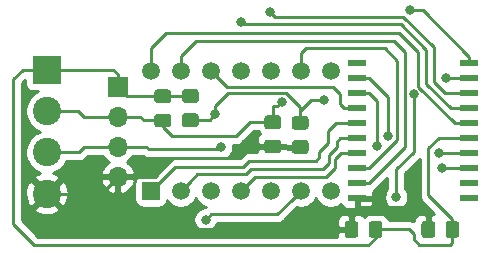
<source format=gbr>
G04 #@! TF.GenerationSoftware,KiCad,Pcbnew,5.1.5+dfsg1-2build2*
G04 #@! TF.CreationDate,2021-11-16T17:13:54-05:00*
G04 #@! TF.ProjectId,036INCH_5DIGIT,30333649-4e43-4485-9f35-44494749542e,rev?*
G04 #@! TF.SameCoordinates,Original*
G04 #@! TF.FileFunction,Copper,L2,Bot*
G04 #@! TF.FilePolarity,Positive*
%FSLAX46Y46*%
G04 Gerber Fmt 4.6, Leading zero omitted, Abs format (unit mm)*
G04 Created by KiCad (PCBNEW 5.1.5+dfsg1-2build2) date 2021-11-16 17:13:54*
%MOMM*%
%LPD*%
G04 APERTURE LIST*
%ADD10C,1.500000*%
%ADD11R,1.500000X1.500000*%
%ADD12O,1.700000X1.700000*%
%ADD13R,1.700000X1.700000*%
%ADD14C,0.100000*%
%ADD15C,2.400000*%
%ADD16R,2.400000X2.400000*%
%ADD17R,1.500000X0.600000*%
%ADD18C,0.800000*%
%ADD19C,0.250000*%
%ADD20C,0.254000*%
G04 APERTURE END LIST*
D10*
X114300000Y-105778300D03*
X116840000Y-105778300D03*
X119380000Y-105778300D03*
X121920000Y-105778300D03*
X124460000Y-105778300D03*
X127000000Y-105778300D03*
X129540000Y-105778300D03*
X129540000Y-115938300D03*
X127000000Y-115938300D03*
X124460000Y-115938300D03*
X121920000Y-115938300D03*
X119380000Y-115938300D03*
X116840000Y-115938300D03*
D11*
X114300000Y-115938300D03*
D12*
X111480600Y-114706400D03*
X111480600Y-112166400D03*
X111480600Y-109626400D03*
D13*
X111480600Y-107086400D03*
G04 #@! TA.AperFunction,SMDPad,CuDef*
D14*
G36*
X118114605Y-109353704D02*
G01*
X118138873Y-109357304D01*
X118162672Y-109363265D01*
X118185771Y-109371530D01*
X118207950Y-109382020D01*
X118228993Y-109394632D01*
X118248699Y-109409247D01*
X118266877Y-109425723D01*
X118283353Y-109443901D01*
X118297968Y-109463607D01*
X118310580Y-109484650D01*
X118321070Y-109506829D01*
X118329335Y-109529928D01*
X118335296Y-109553727D01*
X118338896Y-109577995D01*
X118340100Y-109602499D01*
X118340100Y-110252501D01*
X118338896Y-110277005D01*
X118335296Y-110301273D01*
X118329335Y-110325072D01*
X118321070Y-110348171D01*
X118310580Y-110370350D01*
X118297968Y-110391393D01*
X118283353Y-110411099D01*
X118266877Y-110429277D01*
X118248699Y-110445753D01*
X118228993Y-110460368D01*
X118207950Y-110472980D01*
X118185771Y-110483470D01*
X118162672Y-110491735D01*
X118138873Y-110497696D01*
X118114605Y-110501296D01*
X118090101Y-110502500D01*
X117190099Y-110502500D01*
X117165595Y-110501296D01*
X117141327Y-110497696D01*
X117117528Y-110491735D01*
X117094429Y-110483470D01*
X117072250Y-110472980D01*
X117051207Y-110460368D01*
X117031501Y-110445753D01*
X117013323Y-110429277D01*
X116996847Y-110411099D01*
X116982232Y-110391393D01*
X116969620Y-110370350D01*
X116959130Y-110348171D01*
X116950865Y-110325072D01*
X116944904Y-110301273D01*
X116941304Y-110277005D01*
X116940100Y-110252501D01*
X116940100Y-109602499D01*
X116941304Y-109577995D01*
X116944904Y-109553727D01*
X116950865Y-109529928D01*
X116959130Y-109506829D01*
X116969620Y-109484650D01*
X116982232Y-109463607D01*
X116996847Y-109443901D01*
X117013323Y-109425723D01*
X117031501Y-109409247D01*
X117051207Y-109394632D01*
X117072250Y-109382020D01*
X117094429Y-109371530D01*
X117117528Y-109363265D01*
X117141327Y-109357304D01*
X117165595Y-109353704D01*
X117190099Y-109352500D01*
X118090101Y-109352500D01*
X118114605Y-109353704D01*
G37*
G04 #@! TD.AperFunction*
G04 #@! TA.AperFunction,SMDPad,CuDef*
G36*
X118114605Y-107303704D02*
G01*
X118138873Y-107307304D01*
X118162672Y-107313265D01*
X118185771Y-107321530D01*
X118207950Y-107332020D01*
X118228993Y-107344632D01*
X118248699Y-107359247D01*
X118266877Y-107375723D01*
X118283353Y-107393901D01*
X118297968Y-107413607D01*
X118310580Y-107434650D01*
X118321070Y-107456829D01*
X118329335Y-107479928D01*
X118335296Y-107503727D01*
X118338896Y-107527995D01*
X118340100Y-107552499D01*
X118340100Y-108202501D01*
X118338896Y-108227005D01*
X118335296Y-108251273D01*
X118329335Y-108275072D01*
X118321070Y-108298171D01*
X118310580Y-108320350D01*
X118297968Y-108341393D01*
X118283353Y-108361099D01*
X118266877Y-108379277D01*
X118248699Y-108395753D01*
X118228993Y-108410368D01*
X118207950Y-108422980D01*
X118185771Y-108433470D01*
X118162672Y-108441735D01*
X118138873Y-108447696D01*
X118114605Y-108451296D01*
X118090101Y-108452500D01*
X117190099Y-108452500D01*
X117165595Y-108451296D01*
X117141327Y-108447696D01*
X117117528Y-108441735D01*
X117094429Y-108433470D01*
X117072250Y-108422980D01*
X117051207Y-108410368D01*
X117031501Y-108395753D01*
X117013323Y-108379277D01*
X116996847Y-108361099D01*
X116982232Y-108341393D01*
X116969620Y-108320350D01*
X116959130Y-108298171D01*
X116950865Y-108275072D01*
X116944904Y-108251273D01*
X116941304Y-108227005D01*
X116940100Y-108202501D01*
X116940100Y-107552499D01*
X116941304Y-107527995D01*
X116944904Y-107503727D01*
X116950865Y-107479928D01*
X116959130Y-107456829D01*
X116969620Y-107434650D01*
X116982232Y-107413607D01*
X116996847Y-107393901D01*
X117013323Y-107375723D01*
X117031501Y-107359247D01*
X117051207Y-107344632D01*
X117072250Y-107332020D01*
X117094429Y-107321530D01*
X117117528Y-107313265D01*
X117141327Y-107307304D01*
X117165595Y-107303704D01*
X117190099Y-107302500D01*
X118090101Y-107302500D01*
X118114605Y-107303704D01*
G37*
G04 #@! TD.AperFunction*
G04 #@! TA.AperFunction,SMDPad,CuDef*
G36*
X115777805Y-109379104D02*
G01*
X115802073Y-109382704D01*
X115825872Y-109388665D01*
X115848971Y-109396930D01*
X115871150Y-109407420D01*
X115892193Y-109420032D01*
X115911899Y-109434647D01*
X115930077Y-109451123D01*
X115946553Y-109469301D01*
X115961168Y-109489007D01*
X115973780Y-109510050D01*
X115984270Y-109532229D01*
X115992535Y-109555328D01*
X115998496Y-109579127D01*
X116002096Y-109603395D01*
X116003300Y-109627899D01*
X116003300Y-110277901D01*
X116002096Y-110302405D01*
X115998496Y-110326673D01*
X115992535Y-110350472D01*
X115984270Y-110373571D01*
X115973780Y-110395750D01*
X115961168Y-110416793D01*
X115946553Y-110436499D01*
X115930077Y-110454677D01*
X115911899Y-110471153D01*
X115892193Y-110485768D01*
X115871150Y-110498380D01*
X115848971Y-110508870D01*
X115825872Y-110517135D01*
X115802073Y-110523096D01*
X115777805Y-110526696D01*
X115753301Y-110527900D01*
X114853299Y-110527900D01*
X114828795Y-110526696D01*
X114804527Y-110523096D01*
X114780728Y-110517135D01*
X114757629Y-110508870D01*
X114735450Y-110498380D01*
X114714407Y-110485768D01*
X114694701Y-110471153D01*
X114676523Y-110454677D01*
X114660047Y-110436499D01*
X114645432Y-110416793D01*
X114632820Y-110395750D01*
X114622330Y-110373571D01*
X114614065Y-110350472D01*
X114608104Y-110326673D01*
X114604504Y-110302405D01*
X114603300Y-110277901D01*
X114603300Y-109627899D01*
X114604504Y-109603395D01*
X114608104Y-109579127D01*
X114614065Y-109555328D01*
X114622330Y-109532229D01*
X114632820Y-109510050D01*
X114645432Y-109489007D01*
X114660047Y-109469301D01*
X114676523Y-109451123D01*
X114694701Y-109434647D01*
X114714407Y-109420032D01*
X114735450Y-109407420D01*
X114757629Y-109396930D01*
X114780728Y-109388665D01*
X114804527Y-109382704D01*
X114828795Y-109379104D01*
X114853299Y-109377900D01*
X115753301Y-109377900D01*
X115777805Y-109379104D01*
G37*
G04 #@! TD.AperFunction*
G04 #@! TA.AperFunction,SMDPad,CuDef*
G36*
X115777805Y-107329104D02*
G01*
X115802073Y-107332704D01*
X115825872Y-107338665D01*
X115848971Y-107346930D01*
X115871150Y-107357420D01*
X115892193Y-107370032D01*
X115911899Y-107384647D01*
X115930077Y-107401123D01*
X115946553Y-107419301D01*
X115961168Y-107439007D01*
X115973780Y-107460050D01*
X115984270Y-107482229D01*
X115992535Y-107505328D01*
X115998496Y-107529127D01*
X116002096Y-107553395D01*
X116003300Y-107577899D01*
X116003300Y-108227901D01*
X116002096Y-108252405D01*
X115998496Y-108276673D01*
X115992535Y-108300472D01*
X115984270Y-108323571D01*
X115973780Y-108345750D01*
X115961168Y-108366793D01*
X115946553Y-108386499D01*
X115930077Y-108404677D01*
X115911899Y-108421153D01*
X115892193Y-108435768D01*
X115871150Y-108448380D01*
X115848971Y-108458870D01*
X115825872Y-108467135D01*
X115802073Y-108473096D01*
X115777805Y-108476696D01*
X115753301Y-108477900D01*
X114853299Y-108477900D01*
X114828795Y-108476696D01*
X114804527Y-108473096D01*
X114780728Y-108467135D01*
X114757629Y-108458870D01*
X114735450Y-108448380D01*
X114714407Y-108435768D01*
X114694701Y-108421153D01*
X114676523Y-108404677D01*
X114660047Y-108386499D01*
X114645432Y-108366793D01*
X114632820Y-108345750D01*
X114622330Y-108323571D01*
X114614065Y-108300472D01*
X114608104Y-108276673D01*
X114604504Y-108252405D01*
X114603300Y-108227901D01*
X114603300Y-107577899D01*
X114604504Y-107553395D01*
X114608104Y-107529127D01*
X114614065Y-107505328D01*
X114622330Y-107482229D01*
X114632820Y-107460050D01*
X114645432Y-107439007D01*
X114660047Y-107419301D01*
X114676523Y-107401123D01*
X114694701Y-107384647D01*
X114714407Y-107370032D01*
X114735450Y-107357420D01*
X114757629Y-107346930D01*
X114780728Y-107338665D01*
X114804527Y-107332704D01*
X114828795Y-107329104D01*
X114853299Y-107327900D01*
X115753301Y-107327900D01*
X115777805Y-107329104D01*
G37*
G04 #@! TD.AperFunction*
G04 #@! TA.AperFunction,SMDPad,CuDef*
G36*
X127423705Y-111627004D02*
G01*
X127447973Y-111630604D01*
X127471772Y-111636565D01*
X127494871Y-111644830D01*
X127517050Y-111655320D01*
X127538093Y-111667932D01*
X127557799Y-111682547D01*
X127575977Y-111699023D01*
X127592453Y-111717201D01*
X127607068Y-111736907D01*
X127619680Y-111757950D01*
X127630170Y-111780129D01*
X127638435Y-111803228D01*
X127644396Y-111827027D01*
X127647996Y-111851295D01*
X127649200Y-111875799D01*
X127649200Y-112525801D01*
X127647996Y-112550305D01*
X127644396Y-112574573D01*
X127638435Y-112598372D01*
X127630170Y-112621471D01*
X127619680Y-112643650D01*
X127607068Y-112664693D01*
X127592453Y-112684399D01*
X127575977Y-112702577D01*
X127557799Y-112719053D01*
X127538093Y-112733668D01*
X127517050Y-112746280D01*
X127494871Y-112756770D01*
X127471772Y-112765035D01*
X127447973Y-112770996D01*
X127423705Y-112774596D01*
X127399201Y-112775800D01*
X126499199Y-112775800D01*
X126474695Y-112774596D01*
X126450427Y-112770996D01*
X126426628Y-112765035D01*
X126403529Y-112756770D01*
X126381350Y-112746280D01*
X126360307Y-112733668D01*
X126340601Y-112719053D01*
X126322423Y-112702577D01*
X126305947Y-112684399D01*
X126291332Y-112664693D01*
X126278720Y-112643650D01*
X126268230Y-112621471D01*
X126259965Y-112598372D01*
X126254004Y-112574573D01*
X126250404Y-112550305D01*
X126249200Y-112525801D01*
X126249200Y-111875799D01*
X126250404Y-111851295D01*
X126254004Y-111827027D01*
X126259965Y-111803228D01*
X126268230Y-111780129D01*
X126278720Y-111757950D01*
X126291332Y-111736907D01*
X126305947Y-111717201D01*
X126322423Y-111699023D01*
X126340601Y-111682547D01*
X126360307Y-111667932D01*
X126381350Y-111655320D01*
X126403529Y-111644830D01*
X126426628Y-111636565D01*
X126450427Y-111630604D01*
X126474695Y-111627004D01*
X126499199Y-111625800D01*
X127399201Y-111625800D01*
X127423705Y-111627004D01*
G37*
G04 #@! TD.AperFunction*
G04 #@! TA.AperFunction,SMDPad,CuDef*
G36*
X127423705Y-109577004D02*
G01*
X127447973Y-109580604D01*
X127471772Y-109586565D01*
X127494871Y-109594830D01*
X127517050Y-109605320D01*
X127538093Y-109617932D01*
X127557799Y-109632547D01*
X127575977Y-109649023D01*
X127592453Y-109667201D01*
X127607068Y-109686907D01*
X127619680Y-109707950D01*
X127630170Y-109730129D01*
X127638435Y-109753228D01*
X127644396Y-109777027D01*
X127647996Y-109801295D01*
X127649200Y-109825799D01*
X127649200Y-110475801D01*
X127647996Y-110500305D01*
X127644396Y-110524573D01*
X127638435Y-110548372D01*
X127630170Y-110571471D01*
X127619680Y-110593650D01*
X127607068Y-110614693D01*
X127592453Y-110634399D01*
X127575977Y-110652577D01*
X127557799Y-110669053D01*
X127538093Y-110683668D01*
X127517050Y-110696280D01*
X127494871Y-110706770D01*
X127471772Y-110715035D01*
X127447973Y-110720996D01*
X127423705Y-110724596D01*
X127399201Y-110725800D01*
X126499199Y-110725800D01*
X126474695Y-110724596D01*
X126450427Y-110720996D01*
X126426628Y-110715035D01*
X126403529Y-110706770D01*
X126381350Y-110696280D01*
X126360307Y-110683668D01*
X126340601Y-110669053D01*
X126322423Y-110652577D01*
X126305947Y-110634399D01*
X126291332Y-110614693D01*
X126278720Y-110593650D01*
X126268230Y-110571471D01*
X126259965Y-110548372D01*
X126254004Y-110524573D01*
X126250404Y-110500305D01*
X126249200Y-110475801D01*
X126249200Y-109825799D01*
X126250404Y-109801295D01*
X126254004Y-109777027D01*
X126259965Y-109753228D01*
X126268230Y-109730129D01*
X126278720Y-109707950D01*
X126291332Y-109686907D01*
X126305947Y-109667201D01*
X126322423Y-109649023D01*
X126340601Y-109632547D01*
X126360307Y-109617932D01*
X126381350Y-109605320D01*
X126403529Y-109594830D01*
X126426628Y-109586565D01*
X126450427Y-109580604D01*
X126474695Y-109577004D01*
X126499199Y-109575800D01*
X127399201Y-109575800D01*
X127423705Y-109577004D01*
G37*
G04 #@! TD.AperFunction*
G04 #@! TA.AperFunction,SMDPad,CuDef*
G36*
X125086905Y-111576204D02*
G01*
X125111173Y-111579804D01*
X125134972Y-111585765D01*
X125158071Y-111594030D01*
X125180250Y-111604520D01*
X125201293Y-111617132D01*
X125220999Y-111631747D01*
X125239177Y-111648223D01*
X125255653Y-111666401D01*
X125270268Y-111686107D01*
X125282880Y-111707150D01*
X125293370Y-111729329D01*
X125301635Y-111752428D01*
X125307596Y-111776227D01*
X125311196Y-111800495D01*
X125312400Y-111824999D01*
X125312400Y-112475001D01*
X125311196Y-112499505D01*
X125307596Y-112523773D01*
X125301635Y-112547572D01*
X125293370Y-112570671D01*
X125282880Y-112592850D01*
X125270268Y-112613893D01*
X125255653Y-112633599D01*
X125239177Y-112651777D01*
X125220999Y-112668253D01*
X125201293Y-112682868D01*
X125180250Y-112695480D01*
X125158071Y-112705970D01*
X125134972Y-112714235D01*
X125111173Y-112720196D01*
X125086905Y-112723796D01*
X125062401Y-112725000D01*
X124162399Y-112725000D01*
X124137895Y-112723796D01*
X124113627Y-112720196D01*
X124089828Y-112714235D01*
X124066729Y-112705970D01*
X124044550Y-112695480D01*
X124023507Y-112682868D01*
X124003801Y-112668253D01*
X123985623Y-112651777D01*
X123969147Y-112633599D01*
X123954532Y-112613893D01*
X123941920Y-112592850D01*
X123931430Y-112570671D01*
X123923165Y-112547572D01*
X123917204Y-112523773D01*
X123913604Y-112499505D01*
X123912400Y-112475001D01*
X123912400Y-111824999D01*
X123913604Y-111800495D01*
X123917204Y-111776227D01*
X123923165Y-111752428D01*
X123931430Y-111729329D01*
X123941920Y-111707150D01*
X123954532Y-111686107D01*
X123969147Y-111666401D01*
X123985623Y-111648223D01*
X124003801Y-111631747D01*
X124023507Y-111617132D01*
X124044550Y-111604520D01*
X124066729Y-111594030D01*
X124089828Y-111585765D01*
X124113627Y-111579804D01*
X124137895Y-111576204D01*
X124162399Y-111575000D01*
X125062401Y-111575000D01*
X125086905Y-111576204D01*
G37*
G04 #@! TD.AperFunction*
G04 #@! TA.AperFunction,SMDPad,CuDef*
G36*
X125086905Y-109526204D02*
G01*
X125111173Y-109529804D01*
X125134972Y-109535765D01*
X125158071Y-109544030D01*
X125180250Y-109554520D01*
X125201293Y-109567132D01*
X125220999Y-109581747D01*
X125239177Y-109598223D01*
X125255653Y-109616401D01*
X125270268Y-109636107D01*
X125282880Y-109657150D01*
X125293370Y-109679329D01*
X125301635Y-109702428D01*
X125307596Y-109726227D01*
X125311196Y-109750495D01*
X125312400Y-109774999D01*
X125312400Y-110425001D01*
X125311196Y-110449505D01*
X125307596Y-110473773D01*
X125301635Y-110497572D01*
X125293370Y-110520671D01*
X125282880Y-110542850D01*
X125270268Y-110563893D01*
X125255653Y-110583599D01*
X125239177Y-110601777D01*
X125220999Y-110618253D01*
X125201293Y-110632868D01*
X125180250Y-110645480D01*
X125158071Y-110655970D01*
X125134972Y-110664235D01*
X125111173Y-110670196D01*
X125086905Y-110673796D01*
X125062401Y-110675000D01*
X124162399Y-110675000D01*
X124137895Y-110673796D01*
X124113627Y-110670196D01*
X124089828Y-110664235D01*
X124066729Y-110655970D01*
X124044550Y-110645480D01*
X124023507Y-110632868D01*
X124003801Y-110618253D01*
X123985623Y-110601777D01*
X123969147Y-110583599D01*
X123954532Y-110563893D01*
X123941920Y-110542850D01*
X123931430Y-110520671D01*
X123923165Y-110497572D01*
X123917204Y-110473773D01*
X123913604Y-110449505D01*
X123912400Y-110425001D01*
X123912400Y-109774999D01*
X123913604Y-109750495D01*
X123917204Y-109726227D01*
X123923165Y-109702428D01*
X123931430Y-109679329D01*
X123941920Y-109657150D01*
X123954532Y-109636107D01*
X123969147Y-109616401D01*
X123985623Y-109598223D01*
X124003801Y-109581747D01*
X124023507Y-109567132D01*
X124044550Y-109554520D01*
X124066729Y-109544030D01*
X124089828Y-109535765D01*
X124113627Y-109529804D01*
X124137895Y-109526204D01*
X124162399Y-109525000D01*
X125062401Y-109525000D01*
X125086905Y-109526204D01*
G37*
G04 #@! TD.AperFunction*
G04 #@! TA.AperFunction,SMDPad,CuDef*
G36*
X131633105Y-118478004D02*
G01*
X131657373Y-118481604D01*
X131681172Y-118487565D01*
X131704271Y-118495830D01*
X131726450Y-118506320D01*
X131747493Y-118518932D01*
X131767199Y-118533547D01*
X131785377Y-118550023D01*
X131801853Y-118568201D01*
X131816468Y-118587907D01*
X131829080Y-118608950D01*
X131839570Y-118631129D01*
X131847835Y-118654228D01*
X131853796Y-118678027D01*
X131857396Y-118702295D01*
X131858600Y-118726799D01*
X131858600Y-119626801D01*
X131857396Y-119651305D01*
X131853796Y-119675573D01*
X131847835Y-119699372D01*
X131839570Y-119722471D01*
X131829080Y-119744650D01*
X131816468Y-119765693D01*
X131801853Y-119785399D01*
X131785377Y-119803577D01*
X131767199Y-119820053D01*
X131747493Y-119834668D01*
X131726450Y-119847280D01*
X131704271Y-119857770D01*
X131681172Y-119866035D01*
X131657373Y-119871996D01*
X131633105Y-119875596D01*
X131608601Y-119876800D01*
X130958599Y-119876800D01*
X130934095Y-119875596D01*
X130909827Y-119871996D01*
X130886028Y-119866035D01*
X130862929Y-119857770D01*
X130840750Y-119847280D01*
X130819707Y-119834668D01*
X130800001Y-119820053D01*
X130781823Y-119803577D01*
X130765347Y-119785399D01*
X130750732Y-119765693D01*
X130738120Y-119744650D01*
X130727630Y-119722471D01*
X130719365Y-119699372D01*
X130713404Y-119675573D01*
X130709804Y-119651305D01*
X130708600Y-119626801D01*
X130708600Y-118726799D01*
X130709804Y-118702295D01*
X130713404Y-118678027D01*
X130719365Y-118654228D01*
X130727630Y-118631129D01*
X130738120Y-118608950D01*
X130750732Y-118587907D01*
X130765347Y-118568201D01*
X130781823Y-118550023D01*
X130800001Y-118533547D01*
X130819707Y-118518932D01*
X130840750Y-118506320D01*
X130862929Y-118495830D01*
X130886028Y-118487565D01*
X130909827Y-118481604D01*
X130934095Y-118478004D01*
X130958599Y-118476800D01*
X131608601Y-118476800D01*
X131633105Y-118478004D01*
G37*
G04 #@! TD.AperFunction*
G04 #@! TA.AperFunction,SMDPad,CuDef*
G36*
X133683105Y-118478004D02*
G01*
X133707373Y-118481604D01*
X133731172Y-118487565D01*
X133754271Y-118495830D01*
X133776450Y-118506320D01*
X133797493Y-118518932D01*
X133817199Y-118533547D01*
X133835377Y-118550023D01*
X133851853Y-118568201D01*
X133866468Y-118587907D01*
X133879080Y-118608950D01*
X133889570Y-118631129D01*
X133897835Y-118654228D01*
X133903796Y-118678027D01*
X133907396Y-118702295D01*
X133908600Y-118726799D01*
X133908600Y-119626801D01*
X133907396Y-119651305D01*
X133903796Y-119675573D01*
X133897835Y-119699372D01*
X133889570Y-119722471D01*
X133879080Y-119744650D01*
X133866468Y-119765693D01*
X133851853Y-119785399D01*
X133835377Y-119803577D01*
X133817199Y-119820053D01*
X133797493Y-119834668D01*
X133776450Y-119847280D01*
X133754271Y-119857770D01*
X133731172Y-119866035D01*
X133707373Y-119871996D01*
X133683105Y-119875596D01*
X133658601Y-119876800D01*
X133008599Y-119876800D01*
X132984095Y-119875596D01*
X132959827Y-119871996D01*
X132936028Y-119866035D01*
X132912929Y-119857770D01*
X132890750Y-119847280D01*
X132869707Y-119834668D01*
X132850001Y-119820053D01*
X132831823Y-119803577D01*
X132815347Y-119785399D01*
X132800732Y-119765693D01*
X132788120Y-119744650D01*
X132777630Y-119722471D01*
X132769365Y-119699372D01*
X132763404Y-119675573D01*
X132759804Y-119651305D01*
X132758600Y-119626801D01*
X132758600Y-118726799D01*
X132759804Y-118702295D01*
X132763404Y-118678027D01*
X132769365Y-118654228D01*
X132777630Y-118631129D01*
X132788120Y-118608950D01*
X132800732Y-118587907D01*
X132815347Y-118568201D01*
X132831823Y-118550023D01*
X132850001Y-118533547D01*
X132869707Y-118518932D01*
X132890750Y-118506320D01*
X132912929Y-118495830D01*
X132936028Y-118487565D01*
X132959827Y-118481604D01*
X132984095Y-118478004D01*
X133008599Y-118476800D01*
X133658601Y-118476800D01*
X133683105Y-118478004D01*
G37*
G04 #@! TD.AperFunction*
G04 #@! TA.AperFunction,SMDPad,CuDef*
G36*
X138135505Y-118478004D02*
G01*
X138159773Y-118481604D01*
X138183572Y-118487565D01*
X138206671Y-118495830D01*
X138228850Y-118506320D01*
X138249893Y-118518932D01*
X138269599Y-118533547D01*
X138287777Y-118550023D01*
X138304253Y-118568201D01*
X138318868Y-118587907D01*
X138331480Y-118608950D01*
X138341970Y-118631129D01*
X138350235Y-118654228D01*
X138356196Y-118678027D01*
X138359796Y-118702295D01*
X138361000Y-118726799D01*
X138361000Y-119626801D01*
X138359796Y-119651305D01*
X138356196Y-119675573D01*
X138350235Y-119699372D01*
X138341970Y-119722471D01*
X138331480Y-119744650D01*
X138318868Y-119765693D01*
X138304253Y-119785399D01*
X138287777Y-119803577D01*
X138269599Y-119820053D01*
X138249893Y-119834668D01*
X138228850Y-119847280D01*
X138206671Y-119857770D01*
X138183572Y-119866035D01*
X138159773Y-119871996D01*
X138135505Y-119875596D01*
X138111001Y-119876800D01*
X137460999Y-119876800D01*
X137436495Y-119875596D01*
X137412227Y-119871996D01*
X137388428Y-119866035D01*
X137365329Y-119857770D01*
X137343150Y-119847280D01*
X137322107Y-119834668D01*
X137302401Y-119820053D01*
X137284223Y-119803577D01*
X137267747Y-119785399D01*
X137253132Y-119765693D01*
X137240520Y-119744650D01*
X137230030Y-119722471D01*
X137221765Y-119699372D01*
X137215804Y-119675573D01*
X137212204Y-119651305D01*
X137211000Y-119626801D01*
X137211000Y-118726799D01*
X137212204Y-118702295D01*
X137215804Y-118678027D01*
X137221765Y-118654228D01*
X137230030Y-118631129D01*
X137240520Y-118608950D01*
X137253132Y-118587907D01*
X137267747Y-118568201D01*
X137284223Y-118550023D01*
X137302401Y-118533547D01*
X137322107Y-118518932D01*
X137343150Y-118506320D01*
X137365329Y-118495830D01*
X137388428Y-118487565D01*
X137412227Y-118481604D01*
X137436495Y-118478004D01*
X137460999Y-118476800D01*
X138111001Y-118476800D01*
X138135505Y-118478004D01*
G37*
G04 #@! TD.AperFunction*
G04 #@! TA.AperFunction,SMDPad,CuDef*
G36*
X140185505Y-118478004D02*
G01*
X140209773Y-118481604D01*
X140233572Y-118487565D01*
X140256671Y-118495830D01*
X140278850Y-118506320D01*
X140299893Y-118518932D01*
X140319599Y-118533547D01*
X140337777Y-118550023D01*
X140354253Y-118568201D01*
X140368868Y-118587907D01*
X140381480Y-118608950D01*
X140391970Y-118631129D01*
X140400235Y-118654228D01*
X140406196Y-118678027D01*
X140409796Y-118702295D01*
X140411000Y-118726799D01*
X140411000Y-119626801D01*
X140409796Y-119651305D01*
X140406196Y-119675573D01*
X140400235Y-119699372D01*
X140391970Y-119722471D01*
X140381480Y-119744650D01*
X140368868Y-119765693D01*
X140354253Y-119785399D01*
X140337777Y-119803577D01*
X140319599Y-119820053D01*
X140299893Y-119834668D01*
X140278850Y-119847280D01*
X140256671Y-119857770D01*
X140233572Y-119866035D01*
X140209773Y-119871996D01*
X140185505Y-119875596D01*
X140161001Y-119876800D01*
X139510999Y-119876800D01*
X139486495Y-119875596D01*
X139462227Y-119871996D01*
X139438428Y-119866035D01*
X139415329Y-119857770D01*
X139393150Y-119847280D01*
X139372107Y-119834668D01*
X139352401Y-119820053D01*
X139334223Y-119803577D01*
X139317747Y-119785399D01*
X139303132Y-119765693D01*
X139290520Y-119744650D01*
X139280030Y-119722471D01*
X139271765Y-119699372D01*
X139265804Y-119675573D01*
X139262204Y-119651305D01*
X139261000Y-119626801D01*
X139261000Y-118726799D01*
X139262204Y-118702295D01*
X139265804Y-118678027D01*
X139271765Y-118654228D01*
X139280030Y-118631129D01*
X139290520Y-118608950D01*
X139303132Y-118587907D01*
X139317747Y-118568201D01*
X139334223Y-118550023D01*
X139352401Y-118533547D01*
X139372107Y-118518932D01*
X139393150Y-118506320D01*
X139415329Y-118495830D01*
X139438428Y-118487565D01*
X139462227Y-118481604D01*
X139486495Y-118478004D01*
X139510999Y-118476800D01*
X140161001Y-118476800D01*
X140185505Y-118478004D01*
G37*
G04 #@! TD.AperFunction*
D15*
X105486200Y-116138600D03*
X105486200Y-112638600D03*
X105486200Y-109138600D03*
D16*
X105486200Y-105638600D03*
D17*
X141275000Y-116547900D03*
X141275000Y-115277900D03*
X141275000Y-114007900D03*
X141275000Y-112737900D03*
X141275000Y-111467900D03*
X141275000Y-110197900D03*
X141275000Y-108927900D03*
X141275000Y-107657900D03*
X141275000Y-106387900D03*
X141275000Y-105117900D03*
X131775000Y-105117900D03*
X131775000Y-106387900D03*
X131775000Y-107657900D03*
X131775000Y-108927900D03*
X131775000Y-116547900D03*
X131775000Y-115277900D03*
X131775000Y-114007900D03*
X131775000Y-112737900D03*
X131775000Y-111467900D03*
X131775000Y-110197900D03*
D18*
X121932700Y-101598900D03*
X124409200Y-100799900D03*
X136207500Y-100625012D03*
X139280900Y-106375200D03*
X136569674Y-107737280D03*
X135078300Y-116446300D03*
X118935500Y-118351300D03*
X133413500Y-112090200D03*
X134353300Y-111302800D03*
X138963400Y-114007900D03*
X125399800Y-108357500D03*
X119773700Y-109423200D03*
X120230900Y-112217200D03*
X138658600Y-112725200D03*
X128943100Y-108229400D03*
D19*
X130695700Y-108927900D02*
X131775000Y-108927900D01*
X130340100Y-108572300D02*
X130695700Y-108927900D01*
X130340100Y-107721400D02*
X130340100Y-108572300D01*
X120726200Y-107099100D02*
X129717800Y-107099100D01*
X120155399Y-106528299D02*
X120726200Y-107099100D01*
X120129999Y-106528299D02*
X120155399Y-106528299D01*
X129717800Y-107099100D02*
X130340100Y-107721400D01*
X119380000Y-105778300D02*
X120129999Y-106528299D01*
X122149700Y-101815900D02*
X121932700Y-101598900D01*
X135458200Y-101815900D02*
X122149700Y-101815900D01*
X137617200Y-103974900D02*
X135458200Y-101815900D01*
X137617200Y-106845100D02*
X137617200Y-103974900D01*
X139700000Y-108927900D02*
X137617200Y-106845100D01*
X141275000Y-108927900D02*
X139700000Y-108927900D01*
X124790200Y-101180900D02*
X124409200Y-100799900D01*
X135648700Y-101180900D02*
X124790200Y-101180900D01*
X138239500Y-103771700D02*
X135648700Y-101180900D01*
X139179300Y-107657900D02*
X138239500Y-106718100D01*
X138239500Y-106718100D02*
X138239500Y-103771700D01*
X141275000Y-107657900D02*
X139179300Y-107657900D01*
X127000000Y-104279700D02*
X127000000Y-105778300D01*
X127444500Y-103835200D02*
X127000000Y-104279700D01*
X134124700Y-103835200D02*
X127444500Y-103835200D01*
X135178800Y-104889300D02*
X134124700Y-103835200D01*
X135178800Y-111604100D02*
X135178800Y-104889300D01*
X132775000Y-114007900D02*
X135178800Y-111604100D01*
X131775000Y-114007900D02*
X132775000Y-114007900D01*
X136773185Y-100625012D02*
X136207500Y-100625012D01*
X141275000Y-105117900D02*
X141275000Y-104567900D01*
X141275000Y-104567900D02*
X137332112Y-100625012D01*
X137332112Y-100625012D02*
X136773185Y-100625012D01*
X139293600Y-106387900D02*
X139280900Y-106375200D01*
X141275000Y-106387900D02*
X139293600Y-106387900D01*
X136569674Y-107737280D02*
X136569674Y-112604326D01*
X135078300Y-114095700D02*
X135078300Y-116446300D01*
X136569674Y-112604326D02*
X135078300Y-114095700D01*
X126250001Y-116688299D02*
X126237301Y-116688299D01*
X127000000Y-115938300D02*
X126250001Y-116688299D01*
X126237301Y-116688299D02*
X125018800Y-117906800D01*
X119380000Y-117906800D02*
X118935500Y-118351300D01*
X125018800Y-117906800D02*
X119380000Y-117906800D01*
X133413500Y-108296400D02*
X133413500Y-112090200D01*
X132775000Y-107657900D02*
X133413500Y-108296400D01*
X131775000Y-107657900D02*
X132775000Y-107657900D01*
X129933700Y-113182400D02*
X130378200Y-112737900D01*
X129933700Y-113995200D02*
X129933700Y-113182400D01*
X129171700Y-114757200D02*
X129933700Y-113995200D01*
X130378200Y-112737900D02*
X131775000Y-112737900D01*
X123101100Y-114757200D02*
X129171700Y-114757200D01*
X121920000Y-115938300D02*
X123101100Y-114757200D01*
X134353300Y-107966200D02*
X134353300Y-111302800D01*
X132775000Y-106387900D02*
X134353300Y-107966200D01*
X131775000Y-106387900D02*
X132775000Y-106387900D01*
X117589999Y-115188301D02*
X117589999Y-115150201D01*
X116840000Y-115938300D02*
X117589999Y-115188301D01*
X117589999Y-115150201D02*
X118249700Y-114490500D01*
X118249700Y-114490500D02*
X122364500Y-114490500D01*
X122364500Y-114490500D02*
X122758200Y-114096800D01*
X122758200Y-114096800D02*
X128854200Y-114096800D01*
X128854200Y-114096800D02*
X129374900Y-113576100D01*
X129374900Y-113576100D02*
X129374900Y-112877600D01*
X129374900Y-112877600D02*
X130048000Y-112204500D01*
X130048000Y-112204500D02*
X130048000Y-111747300D01*
X130327400Y-111467900D02*
X131775000Y-111467900D01*
X130048000Y-111747300D02*
X130327400Y-111467900D01*
X129946400Y-110197900D02*
X130775000Y-110197900D01*
X130775000Y-110197900D02*
X131775000Y-110197900D01*
X129286000Y-110858300D02*
X129946400Y-110197900D01*
X129286000Y-111848900D02*
X129286000Y-110858300D01*
X128549400Y-113068100D02*
X128549400Y-112585500D01*
X128244600Y-113372900D02*
X128549400Y-113068100D01*
X122605800Y-113372900D02*
X128244600Y-113372900D01*
X128549400Y-112585500D02*
X129286000Y-111848900D01*
X122123200Y-113855500D02*
X122605800Y-113372900D01*
X116382800Y-113855500D02*
X122123200Y-113855500D01*
X114300000Y-115938300D02*
X116382800Y-113855500D01*
X131283600Y-119176800D02*
X131283600Y-117738000D01*
X131775000Y-117246600D02*
X131775000Y-116547900D01*
X131283600Y-117738000D02*
X131775000Y-117246600D01*
X137786000Y-118476800D02*
X137807700Y-118455100D01*
X137786000Y-119176800D02*
X137786000Y-118476800D01*
X137807700Y-118455100D02*
X137807700Y-118071900D01*
X136982400Y-117246600D02*
X131775000Y-117246600D01*
X137807700Y-118071900D02*
X136982400Y-117246600D01*
X131283600Y-119176800D02*
X112915700Y-119176800D01*
X111480600Y-117741700D02*
X111480600Y-114706400D01*
X112915700Y-119176800D02*
X111480600Y-117741700D01*
X110048400Y-116138600D02*
X111480600Y-114706400D01*
X105486200Y-116138600D02*
X110048400Y-116138600D01*
X124663200Y-112200800D02*
X124612400Y-112150000D01*
X126949200Y-112200800D02*
X124663200Y-112200800D01*
X124612400Y-112150000D02*
X122838100Y-112150000D01*
X122838100Y-112150000D02*
X121856500Y-113131600D01*
X121856500Y-113131600D02*
X116192300Y-113131600D01*
X114617500Y-114706400D02*
X111480600Y-114706400D01*
X116192300Y-113131600D02*
X114617500Y-114706400D01*
X133908600Y-119176800D02*
X133946700Y-119138700D01*
X133333600Y-119176800D02*
X133908600Y-119176800D01*
X133946700Y-119138700D02*
X136156700Y-119138700D01*
X136156700Y-119138700D02*
X136563100Y-119545100D01*
X136563100Y-119545100D02*
X136563100Y-120015000D01*
X136563100Y-120015000D02*
X137045700Y-120497600D01*
X137045700Y-120497600D02*
X139623800Y-120497600D01*
X139836000Y-120285400D02*
X139836000Y-119176800D01*
X139623800Y-120497600D02*
X139836000Y-120285400D01*
X133333600Y-119876800D02*
X132674700Y-120535700D01*
X133333600Y-119176800D02*
X133333600Y-119876800D01*
X132674700Y-120535700D02*
X104444800Y-120535700D01*
X104444800Y-120535700D02*
X102641400Y-118732300D01*
X102641400Y-118732300D02*
X102641400Y-106476800D01*
X103479600Y-105638600D02*
X105486200Y-105638600D01*
X102641400Y-106476800D02*
X103479600Y-105638600D01*
X111480600Y-105986400D02*
X111480600Y-107086400D01*
X111132800Y-105638600D02*
X111480600Y-105986400D01*
X105486200Y-105638600D02*
X111132800Y-105638600D01*
X115328700Y-107877500D02*
X115303300Y-107902900D01*
X117640100Y-107877500D02*
X115328700Y-107877500D01*
X112297100Y-107902900D02*
X111480600Y-107086400D01*
X115303300Y-107902900D02*
X112297100Y-107902900D01*
X137807700Y-112293400D02*
X137807700Y-116293900D01*
X137807700Y-116293900D02*
X139836000Y-118322200D01*
X138671300Y-111429800D02*
X137807700Y-112293400D01*
X140236900Y-111429800D02*
X138671300Y-111429800D01*
X139836000Y-118322200D02*
X139836000Y-119176800D01*
X140275000Y-111467900D02*
X140236900Y-111429800D01*
X141275000Y-111467900D02*
X140275000Y-111467900D01*
X105486200Y-109138600D02*
X108148000Y-109138600D01*
X108635800Y-109626400D02*
X111480600Y-109626400D01*
X108148000Y-109138600D02*
X108635800Y-109626400D01*
X111480600Y-109626400D02*
X113385600Y-109626400D01*
X113712100Y-109952900D02*
X115303300Y-109952900D01*
X113385600Y-109626400D02*
X113712100Y-109952900D01*
X122678300Y-110100000D02*
X124612400Y-110100000D01*
X116065500Y-111290100D02*
X121488200Y-111290100D01*
X121488200Y-111290100D02*
X122678300Y-110100000D01*
X115303300Y-110527900D02*
X116065500Y-111290100D01*
X115303300Y-109952900D02*
X115303300Y-110527900D01*
X141275000Y-114007900D02*
X138963400Y-114007900D01*
X124999801Y-108757499D02*
X124619799Y-108757499D01*
X125399800Y-108357500D02*
X124999801Y-108757499D01*
X124612400Y-108764898D02*
X124612400Y-110100000D01*
X124619799Y-108757499D02*
X124612400Y-108764898D01*
X105486200Y-112638600D02*
X108189000Y-112638600D01*
X108661200Y-112166400D02*
X111480600Y-112166400D01*
X108189000Y-112638600D02*
X108661200Y-112166400D01*
X117640100Y-109927500D02*
X118340100Y-109927500D01*
X118340100Y-109927500D02*
X118349100Y-109918500D01*
X119278400Y-109918500D02*
X119773700Y-109423200D01*
X118349100Y-109918500D02*
X119278400Y-109918500D01*
X113919000Y-112166400D02*
X111480600Y-112166400D01*
X114147600Y-112395000D02*
X113919000Y-112166400D01*
X120053100Y-112395000D02*
X114147600Y-112395000D01*
X120230900Y-112217200D02*
X120053100Y-112395000D01*
X119773700Y-108857515D02*
X119773700Y-109423200D01*
X119773700Y-108712000D02*
X119773700Y-108857515D01*
X120853200Y-107632500D02*
X119773700Y-108712000D01*
X125730000Y-107632500D02*
X120853200Y-107632500D01*
X126949200Y-108851700D02*
X125730000Y-107632500D01*
X138671300Y-112737900D02*
X138658600Y-112725200D01*
X141275000Y-112737900D02*
X138671300Y-112737900D01*
X127825500Y-108229400D02*
X126936500Y-109118400D01*
X128943100Y-108229400D02*
X127825500Y-108229400D01*
X126936500Y-109118400D02*
X126949200Y-108851700D01*
X126949200Y-110150800D02*
X126936500Y-109118400D01*
X114300000Y-103835200D02*
X114300000Y-105778300D01*
X115620800Y-102514400D02*
X114300000Y-103835200D01*
X135293100Y-102514400D02*
X115620800Y-102514400D01*
X136944100Y-107086400D02*
X136944100Y-104165400D01*
X140055600Y-110197900D02*
X136944100Y-107086400D01*
X136944100Y-104165400D02*
X135293100Y-102514400D01*
X141275000Y-110197900D02*
X140055600Y-110197900D01*
X116840000Y-104457500D02*
X116840000Y-105778300D01*
X118097300Y-103200200D02*
X116840000Y-104457500D01*
X134886700Y-103200200D02*
X118097300Y-103200200D01*
X135826500Y-104140000D02*
X134886700Y-103200200D01*
X135826500Y-112226400D02*
X135826500Y-104140000D01*
X132775000Y-115277900D02*
X135826500Y-112226400D01*
X131775000Y-115277900D02*
X132775000Y-115277900D01*
D20*
G36*
X103648128Y-106838600D02*
G01*
X103660388Y-106963082D01*
X103696698Y-107082780D01*
X103755663Y-107193094D01*
X103835015Y-107289785D01*
X103931706Y-107369137D01*
X104042020Y-107428102D01*
X104161718Y-107464412D01*
X104286200Y-107476672D01*
X104703362Y-107476672D01*
X104617001Y-107512444D01*
X104316456Y-107713262D01*
X104060862Y-107968856D01*
X103860044Y-108269401D01*
X103721718Y-108603350D01*
X103651200Y-108957868D01*
X103651200Y-109319332D01*
X103721718Y-109673850D01*
X103860044Y-110007799D01*
X104060862Y-110308344D01*
X104316456Y-110563938D01*
X104617001Y-110764756D01*
X104915987Y-110888600D01*
X104617001Y-111012444D01*
X104316456Y-111213262D01*
X104060862Y-111468856D01*
X103860044Y-111769401D01*
X103721718Y-112103350D01*
X103651200Y-112457868D01*
X103651200Y-112819332D01*
X103721718Y-113173850D01*
X103860044Y-113507799D01*
X104060862Y-113808344D01*
X104316456Y-114063938D01*
X104617001Y-114264756D01*
X104923689Y-114391790D01*
X104730367Y-114456754D01*
X104507714Y-114575764D01*
X104387826Y-114860620D01*
X105486200Y-115958995D01*
X106584574Y-114860620D01*
X106464686Y-114575764D01*
X106140990Y-114414901D01*
X106051510Y-114390631D01*
X106355399Y-114264756D01*
X106655944Y-114063938D01*
X106911538Y-113808344D01*
X107112356Y-113507799D01*
X107157588Y-113398600D01*
X108151678Y-113398600D01*
X108189000Y-113402276D01*
X108226322Y-113398600D01*
X108226333Y-113398600D01*
X108337986Y-113387603D01*
X108481247Y-113344146D01*
X108613276Y-113273574D01*
X108729001Y-113178601D01*
X108752804Y-113149597D01*
X108976001Y-112926400D01*
X110202422Y-112926400D01*
X110327125Y-113113032D01*
X110533968Y-113319875D01*
X110716134Y-113441595D01*
X110599245Y-113511222D01*
X110383012Y-113706131D01*
X110208959Y-113939480D01*
X110083775Y-114202301D01*
X110039124Y-114349510D01*
X110160445Y-114579400D01*
X111353600Y-114579400D01*
X111353600Y-114559400D01*
X111607600Y-114559400D01*
X111607600Y-114579400D01*
X112800755Y-114579400D01*
X112922076Y-114349510D01*
X112877425Y-114202301D01*
X112752241Y-113939480D01*
X112578188Y-113706131D01*
X112361955Y-113511222D01*
X112245066Y-113441595D01*
X112427232Y-113319875D01*
X112634075Y-113113032D01*
X112758778Y-112926400D01*
X113600540Y-112926400D01*
X113607599Y-112935001D01*
X113723324Y-113029974D01*
X113855353Y-113100546D01*
X113998614Y-113144003D01*
X114110267Y-113155000D01*
X114110276Y-113155000D01*
X114147599Y-113158676D01*
X114184922Y-113155000D01*
X116081113Y-113155000D01*
X115958523Y-113220526D01*
X115874883Y-113289168D01*
X115842799Y-113315499D01*
X115819001Y-113344497D01*
X114613271Y-114550228D01*
X113550000Y-114550228D01*
X113425518Y-114562488D01*
X113305820Y-114598798D01*
X113195506Y-114657763D01*
X113098815Y-114737115D01*
X113019463Y-114833806D01*
X112960498Y-114944120D01*
X112924188Y-115063818D01*
X112911928Y-115188300D01*
X112911928Y-116688300D01*
X112924188Y-116812782D01*
X112960498Y-116932480D01*
X113019463Y-117042794D01*
X113098815Y-117139485D01*
X113195506Y-117218837D01*
X113305820Y-117277802D01*
X113425518Y-117314112D01*
X113550000Y-117326372D01*
X115050000Y-117326372D01*
X115174482Y-117314112D01*
X115294180Y-117277802D01*
X115404494Y-117218837D01*
X115501185Y-117139485D01*
X115580537Y-117042794D01*
X115639502Y-116932480D01*
X115675812Y-116812782D01*
X115686445Y-116704817D01*
X115764201Y-116821186D01*
X115957114Y-117014099D01*
X116183957Y-117165671D01*
X116436011Y-117270075D01*
X116703589Y-117323300D01*
X116976411Y-117323300D01*
X117243989Y-117270075D01*
X117496043Y-117165671D01*
X117722886Y-117014099D01*
X117915799Y-116821186D01*
X118067371Y-116594343D01*
X118110000Y-116491427D01*
X118152629Y-116594343D01*
X118304201Y-116821186D01*
X118497114Y-117014099D01*
X118723957Y-117165671D01*
X118966426Y-117266105D01*
X118955723Y-117271826D01*
X118922509Y-117299085D01*
X118901532Y-117316300D01*
X118833561Y-117316300D01*
X118633602Y-117356074D01*
X118445244Y-117434095D01*
X118275726Y-117547363D01*
X118131563Y-117691526D01*
X118018295Y-117861044D01*
X117940274Y-118049402D01*
X117900500Y-118249361D01*
X117900500Y-118453239D01*
X117940274Y-118653198D01*
X118018295Y-118841556D01*
X118131563Y-119011074D01*
X118275726Y-119155237D01*
X118445244Y-119268505D01*
X118633602Y-119346526D01*
X118833561Y-119386300D01*
X119037439Y-119386300D01*
X119237398Y-119346526D01*
X119425756Y-119268505D01*
X119595274Y-119155237D01*
X119739437Y-119011074D01*
X119852705Y-118841556D01*
X119925092Y-118666800D01*
X124981478Y-118666800D01*
X125018800Y-118670476D01*
X125056122Y-118666800D01*
X125056133Y-118666800D01*
X125167786Y-118655803D01*
X125311047Y-118612346D01*
X125443076Y-118541774D01*
X125522247Y-118476800D01*
X130070528Y-118476800D01*
X130073600Y-118891050D01*
X130232350Y-119049800D01*
X131156600Y-119049800D01*
X131156600Y-118000550D01*
X130997850Y-117841800D01*
X130708600Y-117838728D01*
X130584118Y-117850988D01*
X130464420Y-117887298D01*
X130354106Y-117946263D01*
X130257415Y-118025615D01*
X130178063Y-118122306D01*
X130119098Y-118232620D01*
X130082788Y-118352318D01*
X130070528Y-118476800D01*
X125522247Y-118476800D01*
X125558801Y-118446801D01*
X125582604Y-118417797D01*
X126690181Y-117310221D01*
X126711184Y-117292984D01*
X126863589Y-117323300D01*
X127136411Y-117323300D01*
X127403989Y-117270075D01*
X127656043Y-117165671D01*
X127882886Y-117014099D01*
X128075799Y-116821186D01*
X128227371Y-116594343D01*
X128270000Y-116491427D01*
X128312629Y-116594343D01*
X128464201Y-116821186D01*
X128657114Y-117014099D01*
X128883957Y-117165671D01*
X129136011Y-117270075D01*
X129403589Y-117323300D01*
X129676411Y-117323300D01*
X129943989Y-117270075D01*
X130196043Y-117165671D01*
X130413704Y-117020234D01*
X130435498Y-117092080D01*
X130494463Y-117202394D01*
X130573815Y-117299085D01*
X130670506Y-117378437D01*
X130780820Y-117437402D01*
X130900518Y-117473712D01*
X131025000Y-117485972D01*
X131489250Y-117482900D01*
X131648000Y-117324150D01*
X131648000Y-116674900D01*
X131902000Y-116674900D01*
X131902000Y-117324150D01*
X132060750Y-117482900D01*
X132525000Y-117485972D01*
X132649482Y-117473712D01*
X132769180Y-117437402D01*
X132879494Y-117378437D01*
X132976185Y-117299085D01*
X133055537Y-117202394D01*
X133114502Y-117092080D01*
X133150812Y-116972382D01*
X133163072Y-116847900D01*
X133160000Y-116833650D01*
X133001250Y-116674900D01*
X131902000Y-116674900D01*
X131648000Y-116674900D01*
X131628000Y-116674900D01*
X131628000Y-116420900D01*
X131648000Y-116420900D01*
X131648000Y-116400900D01*
X131902000Y-116400900D01*
X131902000Y-116420900D01*
X133001250Y-116420900D01*
X133160000Y-116262150D01*
X133163072Y-116247900D01*
X133150812Y-116123418D01*
X133114502Y-116003720D01*
X133095572Y-115968306D01*
X133199276Y-115912874D01*
X133315001Y-115817901D01*
X133338804Y-115788897D01*
X134318300Y-114809401D01*
X134318301Y-115742588D01*
X134274363Y-115786526D01*
X134161095Y-115956044D01*
X134083074Y-116144402D01*
X134043300Y-116344361D01*
X134043300Y-116548239D01*
X134083074Y-116748198D01*
X134161095Y-116936556D01*
X134274363Y-117106074D01*
X134418526Y-117250237D01*
X134588044Y-117363505D01*
X134776402Y-117441526D01*
X134976361Y-117481300D01*
X135180239Y-117481300D01*
X135380198Y-117441526D01*
X135568556Y-117363505D01*
X135738074Y-117250237D01*
X135882237Y-117106074D01*
X135995505Y-116936556D01*
X136073526Y-116748198D01*
X136113300Y-116548239D01*
X136113300Y-116344361D01*
X136073526Y-116144402D01*
X135995505Y-115956044D01*
X135882237Y-115786526D01*
X135838300Y-115742589D01*
X135838300Y-114410501D01*
X137047700Y-113201102D01*
X137047701Y-116256568D01*
X137044024Y-116293900D01*
X137058698Y-116442885D01*
X137102154Y-116586146D01*
X137172726Y-116718176D01*
X137243901Y-116804902D01*
X137267700Y-116833901D01*
X137296698Y-116857699D01*
X138278602Y-117839603D01*
X138071750Y-117841800D01*
X137913000Y-118000550D01*
X137913000Y-119049800D01*
X137933000Y-119049800D01*
X137933000Y-119303800D01*
X137913000Y-119303800D01*
X137913000Y-119323800D01*
X137659000Y-119323800D01*
X137659000Y-119303800D01*
X137639000Y-119303800D01*
X137639000Y-119049800D01*
X137659000Y-119049800D01*
X137659000Y-118000550D01*
X137500250Y-117841800D01*
X137211000Y-117838728D01*
X137086518Y-117850988D01*
X136966820Y-117887298D01*
X136856506Y-117946263D01*
X136759815Y-118025615D01*
X136680463Y-118122306D01*
X136621498Y-118232620D01*
X136585188Y-118352318D01*
X136572928Y-118476800D01*
X136573096Y-118499514D01*
X136448947Y-118433154D01*
X136305686Y-118389697D01*
X136194033Y-118378700D01*
X136194022Y-118378700D01*
X136156700Y-118375024D01*
X136119378Y-118378700D01*
X134474663Y-118378700D01*
X134397005Y-118233413D01*
X134286562Y-118098838D01*
X134151987Y-117988395D01*
X133998451Y-117906328D01*
X133831855Y-117855792D01*
X133658601Y-117838728D01*
X133008599Y-117838728D01*
X132835345Y-117855792D01*
X132668749Y-117906328D01*
X132515213Y-117988395D01*
X132380638Y-118098838D01*
X132375258Y-118105394D01*
X132309785Y-118025615D01*
X132213094Y-117946263D01*
X132102780Y-117887298D01*
X131983082Y-117850988D01*
X131858600Y-117838728D01*
X131569350Y-117841800D01*
X131410600Y-118000550D01*
X131410600Y-119049800D01*
X131430600Y-119049800D01*
X131430600Y-119303800D01*
X131410600Y-119303800D01*
X131410600Y-119323800D01*
X131156600Y-119323800D01*
X131156600Y-119303800D01*
X130232350Y-119303800D01*
X130073600Y-119462550D01*
X130071278Y-119775700D01*
X104759602Y-119775700D01*
X103401400Y-118417499D01*
X103401400Y-117416580D01*
X104387826Y-117416580D01*
X104507714Y-117701436D01*
X104831410Y-117862299D01*
X105180269Y-117956922D01*
X105540884Y-117981667D01*
X105899398Y-117935585D01*
X106242033Y-117820446D01*
X106464686Y-117701436D01*
X106584574Y-117416580D01*
X105486200Y-116318205D01*
X104387826Y-117416580D01*
X103401400Y-117416580D01*
X103401400Y-116193284D01*
X103643133Y-116193284D01*
X103689215Y-116551798D01*
X103804354Y-116894433D01*
X103923364Y-117117086D01*
X104208220Y-117236974D01*
X105306595Y-116138600D01*
X105665805Y-116138600D01*
X106764180Y-117236974D01*
X107049036Y-117117086D01*
X107209899Y-116793390D01*
X107304522Y-116444531D01*
X107329267Y-116083916D01*
X107283185Y-115725402D01*
X107168046Y-115382767D01*
X107049036Y-115160114D01*
X106818981Y-115063290D01*
X110039124Y-115063290D01*
X110083775Y-115210499D01*
X110208959Y-115473320D01*
X110383012Y-115706669D01*
X110599245Y-115901578D01*
X110849348Y-116050557D01*
X111123709Y-116147881D01*
X111353600Y-116027214D01*
X111353600Y-114833400D01*
X111607600Y-114833400D01*
X111607600Y-116027214D01*
X111837491Y-116147881D01*
X112111852Y-116050557D01*
X112361955Y-115901578D01*
X112578188Y-115706669D01*
X112752241Y-115473320D01*
X112877425Y-115210499D01*
X112922076Y-115063290D01*
X112800755Y-114833400D01*
X111607600Y-114833400D01*
X111353600Y-114833400D01*
X110160445Y-114833400D01*
X110039124Y-115063290D01*
X106818981Y-115063290D01*
X106764180Y-115040226D01*
X105665805Y-116138600D01*
X105306595Y-116138600D01*
X104208220Y-115040226D01*
X103923364Y-115160114D01*
X103762501Y-115483810D01*
X103667878Y-115832669D01*
X103643133Y-116193284D01*
X103401400Y-116193284D01*
X103401400Y-106791601D01*
X103648128Y-106544874D01*
X103648128Y-106838600D01*
G37*
X103648128Y-106838600D02*
X103660388Y-106963082D01*
X103696698Y-107082780D01*
X103755663Y-107193094D01*
X103835015Y-107289785D01*
X103931706Y-107369137D01*
X104042020Y-107428102D01*
X104161718Y-107464412D01*
X104286200Y-107476672D01*
X104703362Y-107476672D01*
X104617001Y-107512444D01*
X104316456Y-107713262D01*
X104060862Y-107968856D01*
X103860044Y-108269401D01*
X103721718Y-108603350D01*
X103651200Y-108957868D01*
X103651200Y-109319332D01*
X103721718Y-109673850D01*
X103860044Y-110007799D01*
X104060862Y-110308344D01*
X104316456Y-110563938D01*
X104617001Y-110764756D01*
X104915987Y-110888600D01*
X104617001Y-111012444D01*
X104316456Y-111213262D01*
X104060862Y-111468856D01*
X103860044Y-111769401D01*
X103721718Y-112103350D01*
X103651200Y-112457868D01*
X103651200Y-112819332D01*
X103721718Y-113173850D01*
X103860044Y-113507799D01*
X104060862Y-113808344D01*
X104316456Y-114063938D01*
X104617001Y-114264756D01*
X104923689Y-114391790D01*
X104730367Y-114456754D01*
X104507714Y-114575764D01*
X104387826Y-114860620D01*
X105486200Y-115958995D01*
X106584574Y-114860620D01*
X106464686Y-114575764D01*
X106140990Y-114414901D01*
X106051510Y-114390631D01*
X106355399Y-114264756D01*
X106655944Y-114063938D01*
X106911538Y-113808344D01*
X107112356Y-113507799D01*
X107157588Y-113398600D01*
X108151678Y-113398600D01*
X108189000Y-113402276D01*
X108226322Y-113398600D01*
X108226333Y-113398600D01*
X108337986Y-113387603D01*
X108481247Y-113344146D01*
X108613276Y-113273574D01*
X108729001Y-113178601D01*
X108752804Y-113149597D01*
X108976001Y-112926400D01*
X110202422Y-112926400D01*
X110327125Y-113113032D01*
X110533968Y-113319875D01*
X110716134Y-113441595D01*
X110599245Y-113511222D01*
X110383012Y-113706131D01*
X110208959Y-113939480D01*
X110083775Y-114202301D01*
X110039124Y-114349510D01*
X110160445Y-114579400D01*
X111353600Y-114579400D01*
X111353600Y-114559400D01*
X111607600Y-114559400D01*
X111607600Y-114579400D01*
X112800755Y-114579400D01*
X112922076Y-114349510D01*
X112877425Y-114202301D01*
X112752241Y-113939480D01*
X112578188Y-113706131D01*
X112361955Y-113511222D01*
X112245066Y-113441595D01*
X112427232Y-113319875D01*
X112634075Y-113113032D01*
X112758778Y-112926400D01*
X113600540Y-112926400D01*
X113607599Y-112935001D01*
X113723324Y-113029974D01*
X113855353Y-113100546D01*
X113998614Y-113144003D01*
X114110267Y-113155000D01*
X114110276Y-113155000D01*
X114147599Y-113158676D01*
X114184922Y-113155000D01*
X116081113Y-113155000D01*
X115958523Y-113220526D01*
X115874883Y-113289168D01*
X115842799Y-113315499D01*
X115819001Y-113344497D01*
X114613271Y-114550228D01*
X113550000Y-114550228D01*
X113425518Y-114562488D01*
X113305820Y-114598798D01*
X113195506Y-114657763D01*
X113098815Y-114737115D01*
X113019463Y-114833806D01*
X112960498Y-114944120D01*
X112924188Y-115063818D01*
X112911928Y-115188300D01*
X112911928Y-116688300D01*
X112924188Y-116812782D01*
X112960498Y-116932480D01*
X113019463Y-117042794D01*
X113098815Y-117139485D01*
X113195506Y-117218837D01*
X113305820Y-117277802D01*
X113425518Y-117314112D01*
X113550000Y-117326372D01*
X115050000Y-117326372D01*
X115174482Y-117314112D01*
X115294180Y-117277802D01*
X115404494Y-117218837D01*
X115501185Y-117139485D01*
X115580537Y-117042794D01*
X115639502Y-116932480D01*
X115675812Y-116812782D01*
X115686445Y-116704817D01*
X115764201Y-116821186D01*
X115957114Y-117014099D01*
X116183957Y-117165671D01*
X116436011Y-117270075D01*
X116703589Y-117323300D01*
X116976411Y-117323300D01*
X117243989Y-117270075D01*
X117496043Y-117165671D01*
X117722886Y-117014099D01*
X117915799Y-116821186D01*
X118067371Y-116594343D01*
X118110000Y-116491427D01*
X118152629Y-116594343D01*
X118304201Y-116821186D01*
X118497114Y-117014099D01*
X118723957Y-117165671D01*
X118966426Y-117266105D01*
X118955723Y-117271826D01*
X118922509Y-117299085D01*
X118901532Y-117316300D01*
X118833561Y-117316300D01*
X118633602Y-117356074D01*
X118445244Y-117434095D01*
X118275726Y-117547363D01*
X118131563Y-117691526D01*
X118018295Y-117861044D01*
X117940274Y-118049402D01*
X117900500Y-118249361D01*
X117900500Y-118453239D01*
X117940274Y-118653198D01*
X118018295Y-118841556D01*
X118131563Y-119011074D01*
X118275726Y-119155237D01*
X118445244Y-119268505D01*
X118633602Y-119346526D01*
X118833561Y-119386300D01*
X119037439Y-119386300D01*
X119237398Y-119346526D01*
X119425756Y-119268505D01*
X119595274Y-119155237D01*
X119739437Y-119011074D01*
X119852705Y-118841556D01*
X119925092Y-118666800D01*
X124981478Y-118666800D01*
X125018800Y-118670476D01*
X125056122Y-118666800D01*
X125056133Y-118666800D01*
X125167786Y-118655803D01*
X125311047Y-118612346D01*
X125443076Y-118541774D01*
X125522247Y-118476800D01*
X130070528Y-118476800D01*
X130073600Y-118891050D01*
X130232350Y-119049800D01*
X131156600Y-119049800D01*
X131156600Y-118000550D01*
X130997850Y-117841800D01*
X130708600Y-117838728D01*
X130584118Y-117850988D01*
X130464420Y-117887298D01*
X130354106Y-117946263D01*
X130257415Y-118025615D01*
X130178063Y-118122306D01*
X130119098Y-118232620D01*
X130082788Y-118352318D01*
X130070528Y-118476800D01*
X125522247Y-118476800D01*
X125558801Y-118446801D01*
X125582604Y-118417797D01*
X126690181Y-117310221D01*
X126711184Y-117292984D01*
X126863589Y-117323300D01*
X127136411Y-117323300D01*
X127403989Y-117270075D01*
X127656043Y-117165671D01*
X127882886Y-117014099D01*
X128075799Y-116821186D01*
X128227371Y-116594343D01*
X128270000Y-116491427D01*
X128312629Y-116594343D01*
X128464201Y-116821186D01*
X128657114Y-117014099D01*
X128883957Y-117165671D01*
X129136011Y-117270075D01*
X129403589Y-117323300D01*
X129676411Y-117323300D01*
X129943989Y-117270075D01*
X130196043Y-117165671D01*
X130413704Y-117020234D01*
X130435498Y-117092080D01*
X130494463Y-117202394D01*
X130573815Y-117299085D01*
X130670506Y-117378437D01*
X130780820Y-117437402D01*
X130900518Y-117473712D01*
X131025000Y-117485972D01*
X131489250Y-117482900D01*
X131648000Y-117324150D01*
X131648000Y-116674900D01*
X131902000Y-116674900D01*
X131902000Y-117324150D01*
X132060750Y-117482900D01*
X132525000Y-117485972D01*
X132649482Y-117473712D01*
X132769180Y-117437402D01*
X132879494Y-117378437D01*
X132976185Y-117299085D01*
X133055537Y-117202394D01*
X133114502Y-117092080D01*
X133150812Y-116972382D01*
X133163072Y-116847900D01*
X133160000Y-116833650D01*
X133001250Y-116674900D01*
X131902000Y-116674900D01*
X131648000Y-116674900D01*
X131628000Y-116674900D01*
X131628000Y-116420900D01*
X131648000Y-116420900D01*
X131648000Y-116400900D01*
X131902000Y-116400900D01*
X131902000Y-116420900D01*
X133001250Y-116420900D01*
X133160000Y-116262150D01*
X133163072Y-116247900D01*
X133150812Y-116123418D01*
X133114502Y-116003720D01*
X133095572Y-115968306D01*
X133199276Y-115912874D01*
X133315001Y-115817901D01*
X133338804Y-115788897D01*
X134318300Y-114809401D01*
X134318301Y-115742588D01*
X134274363Y-115786526D01*
X134161095Y-115956044D01*
X134083074Y-116144402D01*
X134043300Y-116344361D01*
X134043300Y-116548239D01*
X134083074Y-116748198D01*
X134161095Y-116936556D01*
X134274363Y-117106074D01*
X134418526Y-117250237D01*
X134588044Y-117363505D01*
X134776402Y-117441526D01*
X134976361Y-117481300D01*
X135180239Y-117481300D01*
X135380198Y-117441526D01*
X135568556Y-117363505D01*
X135738074Y-117250237D01*
X135882237Y-117106074D01*
X135995505Y-116936556D01*
X136073526Y-116748198D01*
X136113300Y-116548239D01*
X136113300Y-116344361D01*
X136073526Y-116144402D01*
X135995505Y-115956044D01*
X135882237Y-115786526D01*
X135838300Y-115742589D01*
X135838300Y-114410501D01*
X137047700Y-113201102D01*
X137047701Y-116256568D01*
X137044024Y-116293900D01*
X137058698Y-116442885D01*
X137102154Y-116586146D01*
X137172726Y-116718176D01*
X137243901Y-116804902D01*
X137267700Y-116833901D01*
X137296698Y-116857699D01*
X138278602Y-117839603D01*
X138071750Y-117841800D01*
X137913000Y-118000550D01*
X137913000Y-119049800D01*
X137933000Y-119049800D01*
X137933000Y-119303800D01*
X137913000Y-119303800D01*
X137913000Y-119323800D01*
X137659000Y-119323800D01*
X137659000Y-119303800D01*
X137639000Y-119303800D01*
X137639000Y-119049800D01*
X137659000Y-119049800D01*
X137659000Y-118000550D01*
X137500250Y-117841800D01*
X137211000Y-117838728D01*
X137086518Y-117850988D01*
X136966820Y-117887298D01*
X136856506Y-117946263D01*
X136759815Y-118025615D01*
X136680463Y-118122306D01*
X136621498Y-118232620D01*
X136585188Y-118352318D01*
X136572928Y-118476800D01*
X136573096Y-118499514D01*
X136448947Y-118433154D01*
X136305686Y-118389697D01*
X136194033Y-118378700D01*
X136194022Y-118378700D01*
X136156700Y-118375024D01*
X136119378Y-118378700D01*
X134474663Y-118378700D01*
X134397005Y-118233413D01*
X134286562Y-118098838D01*
X134151987Y-117988395D01*
X133998451Y-117906328D01*
X133831855Y-117855792D01*
X133658601Y-117838728D01*
X133008599Y-117838728D01*
X132835345Y-117855792D01*
X132668749Y-117906328D01*
X132515213Y-117988395D01*
X132380638Y-118098838D01*
X132375258Y-118105394D01*
X132309785Y-118025615D01*
X132213094Y-117946263D01*
X132102780Y-117887298D01*
X131983082Y-117850988D01*
X131858600Y-117838728D01*
X131569350Y-117841800D01*
X131410600Y-118000550D01*
X131410600Y-119049800D01*
X131430600Y-119049800D01*
X131430600Y-119303800D01*
X131410600Y-119303800D01*
X131410600Y-119323800D01*
X131156600Y-119323800D01*
X131156600Y-119303800D01*
X130232350Y-119303800D01*
X130073600Y-119462550D01*
X130071278Y-119775700D01*
X104759602Y-119775700D01*
X103401400Y-118417499D01*
X103401400Y-117416580D01*
X104387826Y-117416580D01*
X104507714Y-117701436D01*
X104831410Y-117862299D01*
X105180269Y-117956922D01*
X105540884Y-117981667D01*
X105899398Y-117935585D01*
X106242033Y-117820446D01*
X106464686Y-117701436D01*
X106584574Y-117416580D01*
X105486200Y-116318205D01*
X104387826Y-117416580D01*
X103401400Y-117416580D01*
X103401400Y-116193284D01*
X103643133Y-116193284D01*
X103689215Y-116551798D01*
X103804354Y-116894433D01*
X103923364Y-117117086D01*
X104208220Y-117236974D01*
X105306595Y-116138600D01*
X105665805Y-116138600D01*
X106764180Y-117236974D01*
X107049036Y-117117086D01*
X107209899Y-116793390D01*
X107304522Y-116444531D01*
X107329267Y-116083916D01*
X107283185Y-115725402D01*
X107168046Y-115382767D01*
X107049036Y-115160114D01*
X106818981Y-115063290D01*
X110039124Y-115063290D01*
X110083775Y-115210499D01*
X110208959Y-115473320D01*
X110383012Y-115706669D01*
X110599245Y-115901578D01*
X110849348Y-116050557D01*
X111123709Y-116147881D01*
X111353600Y-116027214D01*
X111353600Y-114833400D01*
X111607600Y-114833400D01*
X111607600Y-116027214D01*
X111837491Y-116147881D01*
X112111852Y-116050557D01*
X112361955Y-115901578D01*
X112578188Y-115706669D01*
X112752241Y-115473320D01*
X112877425Y-115210499D01*
X112922076Y-115063290D01*
X112800755Y-114833400D01*
X111607600Y-114833400D01*
X111353600Y-114833400D01*
X110160445Y-114833400D01*
X110039124Y-115063290D01*
X106818981Y-115063290D01*
X106764180Y-115040226D01*
X105665805Y-116138600D01*
X105306595Y-116138600D01*
X104208220Y-115040226D01*
X103923364Y-115160114D01*
X103762501Y-115483810D01*
X103667878Y-115832669D01*
X103643133Y-116193284D01*
X103401400Y-116193284D01*
X103401400Y-106791601D01*
X103648128Y-106544874D01*
X103648128Y-106838600D01*
G36*
X123423995Y-110918387D02*
G01*
X123534438Y-111052962D01*
X123540994Y-111058342D01*
X123461215Y-111123815D01*
X123381863Y-111220506D01*
X123322898Y-111330820D01*
X123286588Y-111450518D01*
X123274328Y-111575000D01*
X123277400Y-111864250D01*
X123436150Y-112023000D01*
X124485400Y-112023000D01*
X124485400Y-112003000D01*
X124739400Y-112003000D01*
X124739400Y-112023000D01*
X125722150Y-112023000D01*
X125772950Y-112073800D01*
X126822200Y-112073800D01*
X126822200Y-112053800D01*
X127076200Y-112053800D01*
X127076200Y-112073800D01*
X127096200Y-112073800D01*
X127096200Y-112327800D01*
X127076200Y-112327800D01*
X127076200Y-112347800D01*
X126822200Y-112347800D01*
X126822200Y-112327800D01*
X125839450Y-112327800D01*
X125788650Y-112277000D01*
X124739400Y-112277000D01*
X124739400Y-112297000D01*
X124485400Y-112297000D01*
X124485400Y-112277000D01*
X123436150Y-112277000D01*
X123277400Y-112435750D01*
X123275519Y-112612900D01*
X122643122Y-112612900D01*
X122605799Y-112609224D01*
X122568476Y-112612900D01*
X122568467Y-112612900D01*
X122456814Y-112623897D01*
X122313553Y-112667354D01*
X122181524Y-112737926D01*
X122065799Y-112832899D01*
X122042000Y-112861898D01*
X121808399Y-113095500D01*
X120779382Y-113095500D01*
X120890674Y-113021137D01*
X121034837Y-112876974D01*
X121148105Y-112707456D01*
X121226126Y-112519098D01*
X121265900Y-112319139D01*
X121265900Y-112115261D01*
X121252939Y-112050100D01*
X121450878Y-112050100D01*
X121488200Y-112053776D01*
X121525522Y-112050100D01*
X121525533Y-112050100D01*
X121637186Y-112039103D01*
X121780447Y-111995646D01*
X121912476Y-111925074D01*
X122028201Y-111830101D01*
X122052004Y-111801097D01*
X122993102Y-110860000D01*
X123392786Y-110860000D01*
X123423995Y-110918387D01*
G37*
X123423995Y-110918387D02*
X123534438Y-111052962D01*
X123540994Y-111058342D01*
X123461215Y-111123815D01*
X123381863Y-111220506D01*
X123322898Y-111330820D01*
X123286588Y-111450518D01*
X123274328Y-111575000D01*
X123277400Y-111864250D01*
X123436150Y-112023000D01*
X124485400Y-112023000D01*
X124485400Y-112003000D01*
X124739400Y-112003000D01*
X124739400Y-112023000D01*
X125722150Y-112023000D01*
X125772950Y-112073800D01*
X126822200Y-112073800D01*
X126822200Y-112053800D01*
X127076200Y-112053800D01*
X127076200Y-112073800D01*
X127096200Y-112073800D01*
X127096200Y-112327800D01*
X127076200Y-112327800D01*
X127076200Y-112347800D01*
X126822200Y-112347800D01*
X126822200Y-112327800D01*
X125839450Y-112327800D01*
X125788650Y-112277000D01*
X124739400Y-112277000D01*
X124739400Y-112297000D01*
X124485400Y-112297000D01*
X124485400Y-112277000D01*
X123436150Y-112277000D01*
X123277400Y-112435750D01*
X123275519Y-112612900D01*
X122643122Y-112612900D01*
X122605799Y-112609224D01*
X122568476Y-112612900D01*
X122568467Y-112612900D01*
X122456814Y-112623897D01*
X122313553Y-112667354D01*
X122181524Y-112737926D01*
X122065799Y-112832899D01*
X122042000Y-112861898D01*
X121808399Y-113095500D01*
X120779382Y-113095500D01*
X120890674Y-113021137D01*
X121034837Y-112876974D01*
X121148105Y-112707456D01*
X121226126Y-112519098D01*
X121265900Y-112319139D01*
X121265900Y-112115261D01*
X121252939Y-112050100D01*
X121450878Y-112050100D01*
X121488200Y-112053776D01*
X121525522Y-112050100D01*
X121525533Y-112050100D01*
X121637186Y-112039103D01*
X121780447Y-111995646D01*
X121912476Y-111925074D01*
X122028201Y-111830101D01*
X122052004Y-111801097D01*
X122993102Y-110860000D01*
X123392786Y-110860000D01*
X123423995Y-110918387D01*
M02*

</source>
